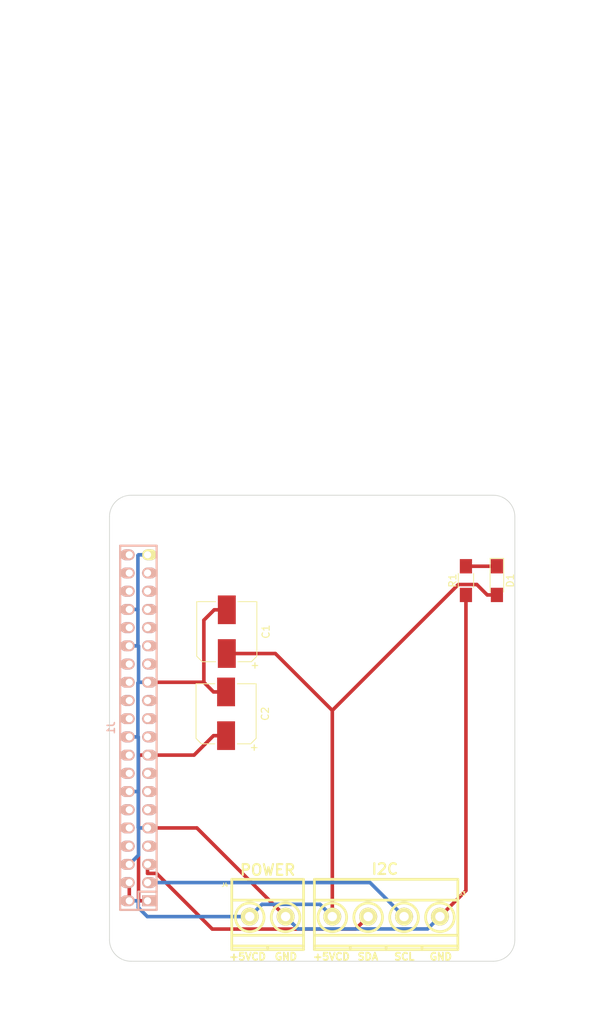
<source format=kicad_pcb>
(kicad_pcb (version 20171130) (host pcbnew "(5.0.1)-3")

  (general
    (thickness 1.6)
    (drawings 26)
    (tracks 66)
    (zones 0)
    (modules 11)
    (nets 7)
  )

  (page A4)
  (layers
    (0 F.Cu signal)
    (31 B.Cu signal)
    (32 B.Adhes user)
    (33 F.Adhes user)
    (34 B.Paste user)
    (35 F.Paste user)
    (36 B.SilkS user)
    (37 F.SilkS user)
    (38 B.Mask user)
    (39 F.Mask user)
    (40 Dwgs.User user)
    (41 Cmts.User user)
    (42 Eco1.User user)
    (43 Eco2.User user)
    (44 Edge.Cuts user)
    (45 Margin user)
    (46 B.CrtYd user)
    (47 F.CrtYd user)
    (48 B.Fab user)
    (49 F.Fab user)
  )

  (setup
    (last_trace_width 0.5)
    (user_trace_width 0.01)
    (user_trace_width 0.02)
    (user_trace_width 0.05)
    (user_trace_width 0.1)
    (user_trace_width 0.2)
    (trace_clearance 0.2)
    (zone_clearance 0.508)
    (zone_45_only no)
    (trace_min 0.01)
    (segment_width 0.2)
    (edge_width 0.1)
    (via_size 0.6)
    (via_drill 0.4)
    (via_min_size 0.4)
    (via_min_drill 0.3)
    (uvia_size 0.3)
    (uvia_drill 0.1)
    (uvias_allowed no)
    (uvia_min_size 0.2)
    (uvia_min_drill 0.1)
    (pcb_text_width 0.3)
    (pcb_text_size 1.5 1.5)
    (mod_edge_width 0.15)
    (mod_text_size 1 1)
    (mod_text_width 0.15)
    (pad_size 2.75 2.75)
    (pad_drill 2.75)
    (pad_to_mask_clearance 0)
    (solder_mask_min_width 0.25)
    (aux_axis_origin 0 0)
    (visible_elements 7FFFFFFF)
    (pcbplotparams
      (layerselection 0x00030_80000001)
      (usegerberextensions false)
      (usegerberattributes false)
      (usegerberadvancedattributes false)
      (creategerberjobfile false)
      (excludeedgelayer true)
      (linewidth 0.100000)
      (plotframeref false)
      (viasonmask false)
      (mode 1)
      (useauxorigin false)
      (hpglpennumber 1)
      (hpglpenspeed 20)
      (hpglpendiameter 15.000000)
      (psnegative false)
      (psa4output false)
      (plotreference true)
      (plotvalue true)
      (plotinvisibletext false)
      (padsonsilk false)
      (subtractmaskfromsilk false)
      (outputformat 1)
      (mirror false)
      (drillshape 0)
      (scaleselection 1)
      (outputdirectory "meta/"))
  )

  (net 0 "")
  (net 1 GND)
  (net 2 +5V)
  (net 3 +3V3)
  (net 4 /RPi_GPIO/SCL)
  (net 5 /RPi_GPIO/SDA)
  (net 6 "Net-(D1-Pad1)")

  (net_class Default "This is the default net class."
    (clearance 0.2)
    (trace_width 0.5)
    (via_dia 0.6)
    (via_drill 0.4)
    (uvia_dia 0.3)
    (uvia_drill 0.1)
    (add_net +3V3)
    (add_net +5V)
    (add_net /RPi_GPIO/SCL)
    (add_net /RPi_GPIO/SDA)
    (add_net GND)
    (add_net "Net-(D1-Pad1)")
  )

  (module w_conn_mkds:mkds_1,5-4 (layer F.Cu) (tedit 5D485CF5) (tstamp 5D4590AE)
    (at 159.004 127.254)
    (descr "4-way 5mm pitch terminal block, Phoenix MKDS series")
    (path /5515D395/5D45E661)
    (fp_text reference J3 (at 10.6426 -3.2004) (layer F.SilkS)
      (effects (font (size 0.5 0.5) (thickness 0.125)))
    )
    (fp_text value I2C (at -0.1778 -6.6294) (layer F.SilkS)
      (effects (font (size 1.5 1.5) (thickness 0.3)))
    )
    (fp_line (start 5 4.1) (end 5 4.6) (layer F.SilkS) (width 0.381))
    (fp_circle (center 7.5 0.1) (end 5.5 0.1) (layer F.SilkS) (width 0.381))
    (fp_circle (center 2.5 0.1) (end 0.5 0.1) (layer F.SilkS) (width 0.381))
    (fp_line (start 0 4.1) (end 0 4.6) (layer F.SilkS) (width 0.381))
    (fp_line (start -5 4.1) (end -5 4.6) (layer F.SilkS) (width 0.381))
    (fp_circle (center -2.5 0.1) (end -4.5 0.1) (layer F.SilkS) (width 0.381))
    (fp_circle (center -7.5 0.1) (end -5.5 0.1) (layer F.SilkS) (width 0.381))
    (fp_line (start -10 2.6) (end 10 2.6) (layer F.SilkS) (width 0.381))
    (fp_line (start -10 -2.3) (end 10 -2.3) (layer F.SilkS) (width 0.381))
    (fp_line (start -10 4.1) (end 10 4.1) (layer F.SilkS) (width 0.381))
    (fp_line (start -10 4.6) (end 10 4.6) (layer F.SilkS) (width 0.381))
    (fp_line (start 10 4.6) (end 10 -5.2) (layer F.SilkS) (width 0.381))
    (fp_line (start 10 -5.2) (end -10 -5.2) (layer F.SilkS) (width 0.381))
    (fp_line (start -10 -5.2) (end -10 4.6) (layer F.SilkS) (width 0.381))
    (pad 4 thru_hole circle (at 7.5 0) (size 2.5 2.5) (drill 1.3) (layers *.Cu *.Mask F.SilkS)
      (net 1 GND))
    (pad 3 thru_hole circle (at 2.5 0) (size 2.5 2.5) (drill 1.3) (layers *.Cu *.Mask F.SilkS)
      (net 4 /RPi_GPIO/SCL))
    (pad 1 thru_hole circle (at -7.5 0) (size 2.5 2.5) (drill 1.3) (layers *.Cu *.Mask F.SilkS)
      (net 2 +5V))
    (pad 2 thru_hole circle (at -2.5 0) (size 2.5 2.5) (drill 1.3) (layers *.Cu *.Mask F.SilkS)
      (net 5 /RPi_GPIO/SDA))
    (model walter/conn_mkds/mkds_1,5-4.wrl
      (at (xyz 0 0 0))
      (scale (xyz 1 1 1))
      (rotate (xyz 0 0 0))
    )
  )

  (module RPi_Hat:RPi_Hat_Mounting_Hole locked (layer F.Cu) (tedit 5D48620C) (tstamp 5515DEA9)
    (at 124.446 71.9807 90)
    (descr "Mounting hole, Befestigungsbohrung, 2,7mm, No Annular, Kein Restring,")
    (tags "Mounting hole, Befestigungsbohrung, 2,7mm, No Annular, Kein Restring,")
    (fp_text reference h1 (at 0 -4.0005 90) (layer F.SilkS) hide
      (effects (font (size 1 1) (thickness 0.15)))
    )
    (fp_text value "" (at 0.09906 3.59918 90) (layer F.Fab) hide
      (effects (font (size 1 1) (thickness 0.15)))
    )
    (fp_circle (center 0 0) (end 1.375 0) (layer F.Fab) (width 0.15))
    (fp_circle (center 0 0) (end 3.1 0) (layer F.Fab) (width 0.15))
    (fp_circle (center 0 0) (end 3.1 0) (layer B.Fab) (width 0.15))
    (fp_circle (center 0 0) (end 1.375 0) (layer B.Fab) (width 0.15))
    (fp_circle (center 0 0) (end 3.1 0) (layer F.CrtYd) (width 0.15))
    (fp_circle (center 0 0) (end 3.1 0) (layer B.CrtYd) (width 0.15))
    (pad "" np_thru_hole circle (at 0 0 90) (size 2.75 2.75) (drill 2.75) (layers *.Cu *.Mask)
      (solder_mask_margin 1.725) (clearance 1.725))
  )

  (module RPi_Hat:RPi_Hat_Mounting_Hole locked (layer F.Cu) (tedit 5D48622D) (tstamp 55169DC9)
    (at 173.446 71.9807 90)
    (descr "Mounting hole, Befestigungsbohrung, 2,7mm, No Annular, Kein Restring,")
    (tags "Mounting hole, Befestigungsbohrung, 2,7mm, No Annular, Kein Restring,")
    (fp_text reference h2 (at 0 -4.0005 90) (layer F.SilkS) hide
      (effects (font (size 1 1) (thickness 0.15)))
    )
    (fp_text value "" (at 0.09906 3.59918 90) (layer F.Fab) hide
      (effects (font (size 1 1) (thickness 0.15)))
    )
    (fp_circle (center 0 0) (end 1.375 0) (layer F.Fab) (width 0.15))
    (fp_circle (center 0 0) (end 3.1 0) (layer F.Fab) (width 0.15))
    (fp_circle (center 0 0) (end 3.1 0) (layer B.Fab) (width 0.15))
    (fp_circle (center 0 0) (end 1.375 0) (layer B.Fab) (width 0.15))
    (fp_circle (center 0 0) (end 3.1 0) (layer F.CrtYd) (width 0.15))
    (fp_circle (center 0 0) (end 3.1 0) (layer B.CrtYd) (width 0.15))
    (pad "" np_thru_hole circle (at 0 0 90) (size 2.75 2.75) (drill 2.75) (layers *.Cu *.Mask)
      (solder_mask_margin 1.725) (clearance 1.725))
  )

  (module RPi_Hat:RPi_Hat_Mounting_Hole locked (layer F.Cu) (tedit 5D486237) (tstamp 5515DECC)
    (at 173.446 129.981 90)
    (descr "Mounting hole, Befestigungsbohrung, 2,7mm, No Annular, Kein Restring,")
    (tags "Mounting hole, Befestigungsbohrung, 2,7mm, No Annular, Kein Restring,")
    (fp_text reference h3 (at 0 -4.0005 90) (layer F.SilkS) hide
      (effects (font (size 1 1) (thickness 0.15)))
    )
    (fp_text value "" (at 0.09906 3.59918 90) (layer F.Fab) hide
      (effects (font (size 1 1) (thickness 0.15)))
    )
    (fp_circle (center 0 0) (end 1.375 0) (layer F.Fab) (width 0.15))
    (fp_circle (center 0 0) (end 3.1 0) (layer F.Fab) (width 0.15))
    (fp_circle (center 0 0) (end 3.1 0) (layer B.Fab) (width 0.15))
    (fp_circle (center 0 0) (end 1.375 0) (layer B.Fab) (width 0.15))
    (fp_circle (center 0 0) (end 3.1 0) (layer F.CrtYd) (width 0.15))
    (fp_circle (center 0 0) (end 3.1 0) (layer B.CrtYd) (width 0.15))
    (pad "" np_thru_hole circle (at 0 0 90) (size 2.75 2.75) (drill 2.75) (layers *.Cu *.Mask)
      (solder_mask_margin 1.725) (clearance 1.725))
  )

  (module RPi_Hat:RPi_Hat_Mounting_Hole locked (layer F.Cu) (tedit 5D48623F) (tstamp 5515DEBF)
    (at 124.446 129.981 90)
    (descr "Mounting hole, Befestigungsbohrung, 2,7mm, No Annular, Kein Restring,")
    (tags "Mounting hole, Befestigungsbohrung, 2,7mm, No Annular, Kein Restring,")
    (fp_text reference h4 (at 0 -4.0005 90) (layer F.SilkS) hide
      (effects (font (size 1 1) (thickness 0.15)))
    )
    (fp_text value "" (at 0.09906 3.59918 90) (layer F.Fab) hide
      (effects (font (size 1 1) (thickness 0.15)))
    )
    (fp_circle (center 0 0) (end 1.375 0) (layer F.Fab) (width 0.15))
    (fp_circle (center 0 0) (end 3.1 0) (layer F.Fab) (width 0.15))
    (fp_circle (center 0 0) (end 3.1 0) (layer B.Fab) (width 0.15))
    (fp_circle (center 0 0) (end 1.375 0) (layer B.Fab) (width 0.15))
    (fp_circle (center 0 0) (end 3.1 0) (layer F.CrtYd) (width 0.15))
    (fp_circle (center 0 0) (end 3.1 0) (layer B.CrtYd) (width 0.15))
    (pad "" np_thru_hole circle (at 0 0 90) (size 2.75 2.75) (drill 2.75) (layers *.Cu *.Mask)
      (solder_mask_margin 1.725) (clearance 1.725))
  )

  (module Capacitors_SMD:CP_Elec_8x5.4 (layer F.Cu) (tedit 58AA8B87) (tstamp 5D45907B)
    (at 136.798 87.5095 90)
    (descr "SMT capacitor, aluminium electrolytic, 8x5.4")
    (path /5515D395/5D447848)
    (attr smd)
    (fp_text reference C1 (at 0 5.45 90) (layer F.SilkS)
      (effects (font (size 1 1) (thickness 0.15)))
    )
    (fp_text value "C5V 10uf" (at 0 -5.45 90) (layer F.Fab)
      (effects (font (size 1 1) (thickness 0.15)))
    )
    (fp_line (start -3.43 -4.19) (end 4.19 -4.19) (layer F.SilkS) (width 0.12))
    (fp_line (start -4.19 -3.43) (end -3.43 -4.19) (layer F.SilkS) (width 0.12))
    (fp_line (start -3.43 4.19) (end -4.19 3.43) (layer F.SilkS) (width 0.12))
    (fp_line (start 4.19 4.19) (end -3.43 4.19) (layer F.SilkS) (width 0.12))
    (fp_line (start -5.3 -4.5) (end -5.3 0) (layer F.CrtYd) (width 0.05))
    (fp_line (start 5.3 -4.5) (end -5.3 -4.5) (layer F.CrtYd) (width 0.05))
    (fp_line (start 5.3 4.5) (end 5.3 -4.5) (layer F.CrtYd) (width 0.05))
    (fp_line (start -5.3 4.5) (end 5.3 4.5) (layer F.CrtYd) (width 0.05))
    (fp_line (start -5.3 0) (end -5.3 4.5) (layer F.CrtYd) (width 0.05))
    (fp_line (start 4.04 -4.04) (end -3.37 -4.04) (layer F.Fab) (width 0.1))
    (fp_line (start -3.37 -4.04) (end -4.04 -3.37) (layer F.Fab) (width 0.1))
    (fp_line (start -4.04 -3.37) (end -4.04 3.37) (layer F.Fab) (width 0.1))
    (fp_line (start -4.04 3.37) (end -3.37 4.04) (layer F.Fab) (width 0.1))
    (fp_line (start -3.37 4.04) (end 4.04 4.04) (layer F.Fab) (width 0.1))
    (fp_line (start 4.04 4.04) (end 4.04 -4.04) (layer F.Fab) (width 0.1))
    (fp_line (start 4.19 -4.19) (end 4.19 -1.56) (layer F.SilkS) (width 0.12))
    (fp_line (start 4.19 4.19) (end 4.19 1.56) (layer F.SilkS) (width 0.12))
    (fp_line (start -4.19 3.43) (end -4.19 1.56) (layer F.SilkS) (width 0.12))
    (fp_line (start -4.19 -3.43) (end -4.19 -1.56) (layer F.SilkS) (width 0.12))
    (fp_text user %R (at 0 5.45 90) (layer F.Fab)
      (effects (font (size 1 1) (thickness 0.15)))
    )
    (fp_text user + (at -4.72 3.85 90) (layer F.SilkS)
      (effects (font (size 1 1) (thickness 0.15)))
    )
    (fp_text user + (at -1.93 -0.06 90) (layer F.Fab)
      (effects (font (size 1 1) (thickness 0.15)))
    )
    (fp_circle (center 0 0) (end 1.1 3.8) (layer F.Fab) (width 0.1))
    (pad 2 smd rect (at 3.05 0 270) (size 4 2.5) (layers F.Cu F.Paste F.Mask)
      (net 1 GND))
    (pad 1 smd rect (at -3.05 0 270) (size 4 2.5) (layers F.Cu F.Paste F.Mask)
      (net 2 +5V))
    (model Capacitors_SMD.3dshapes/CP_Elec_8x5.4.wrl
      (at (xyz 0 0 0))
      (scale (xyz 1 1 1))
      (rotate (xyz 0 0 180))
    )
  )

  (module Capacitors_SMD:CP_Elec_8x5.4 (layer F.Cu) (tedit 58AA8B87) (tstamp 5D459098)
    (at 136.696 98.9649 90)
    (descr "SMT capacitor, aluminium electrolytic, 8x5.4")
    (path /5515D395/5D4478DC)
    (attr smd)
    (fp_text reference C2 (at 0 5.45 90) (layer F.SilkS)
      (effects (font (size 1 1) (thickness 0.15)))
    )
    (fp_text value "C3V 10uf" (at 0 -5.45 90) (layer F.Fab)
      (effects (font (size 1 1) (thickness 0.15)))
    )
    (fp_circle (center 0 0) (end 1.1 3.8) (layer F.Fab) (width 0.1))
    (fp_text user + (at -1.93 -0.06 90) (layer F.Fab)
      (effects (font (size 1 1) (thickness 0.15)))
    )
    (fp_text user + (at -4.72 3.85 90) (layer F.SilkS)
      (effects (font (size 1 1) (thickness 0.15)))
    )
    (fp_text user %R (at 0 5.45 90) (layer F.Fab)
      (effects (font (size 1 1) (thickness 0.15)))
    )
    (fp_line (start -4.19 -3.43) (end -4.19 -1.56) (layer F.SilkS) (width 0.12))
    (fp_line (start -4.19 3.43) (end -4.19 1.56) (layer F.SilkS) (width 0.12))
    (fp_line (start 4.19 4.19) (end 4.19 1.56) (layer F.SilkS) (width 0.12))
    (fp_line (start 4.19 -4.19) (end 4.19 -1.56) (layer F.SilkS) (width 0.12))
    (fp_line (start 4.04 4.04) (end 4.04 -4.04) (layer F.Fab) (width 0.1))
    (fp_line (start -3.37 4.04) (end 4.04 4.04) (layer F.Fab) (width 0.1))
    (fp_line (start -4.04 3.37) (end -3.37 4.04) (layer F.Fab) (width 0.1))
    (fp_line (start -4.04 -3.37) (end -4.04 3.37) (layer F.Fab) (width 0.1))
    (fp_line (start -3.37 -4.04) (end -4.04 -3.37) (layer F.Fab) (width 0.1))
    (fp_line (start 4.04 -4.04) (end -3.37 -4.04) (layer F.Fab) (width 0.1))
    (fp_line (start -5.3 0) (end -5.3 4.5) (layer F.CrtYd) (width 0.05))
    (fp_line (start -5.3 4.5) (end 5.3 4.5) (layer F.CrtYd) (width 0.05))
    (fp_line (start 5.3 4.5) (end 5.3 -4.5) (layer F.CrtYd) (width 0.05))
    (fp_line (start 5.3 -4.5) (end -5.3 -4.5) (layer F.CrtYd) (width 0.05))
    (fp_line (start -5.3 -4.5) (end -5.3 0) (layer F.CrtYd) (width 0.05))
    (fp_line (start 4.19 4.19) (end -3.43 4.19) (layer F.SilkS) (width 0.12))
    (fp_line (start -3.43 4.19) (end -4.19 3.43) (layer F.SilkS) (width 0.12))
    (fp_line (start -4.19 -3.43) (end -3.43 -4.19) (layer F.SilkS) (width 0.12))
    (fp_line (start -3.43 -4.19) (end 4.19 -4.19) (layer F.SilkS) (width 0.12))
    (pad 1 smd rect (at -3.05 0 270) (size 4 2.5) (layers F.Cu F.Paste F.Mask)
      (net 3 +3V3))
    (pad 2 smd rect (at 3.05 0 270) (size 4 2.5) (layers F.Cu F.Paste F.Mask)
      (net 1 GND))
    (model Capacitors_SMD.3dshapes/CP_Elec_8x5.4.wrl
      (at (xyz 0 0 0))
      (scale (xyz 1 1 1))
      (rotate (xyz 0 0 180))
    )
  )

  (module w_conn_mkds:mkds_1,5-2 (layer F.Cu) (tedit 5D485CEC) (tstamp 5D48701E)
    (at 142.494 127.254)
    (descr "2-way 5mm pitch terminal block, Phoenix MKDS series")
    (path /5515D395/5D464980)
    (fp_text reference J4 (at -5.969 -4.4196) (layer F.SilkS)
      (effects (font (size 0.5 0.5) (thickness 0.125)))
    )
    (fp_text value POWER (at 0 -6.5024) (layer F.SilkS)
      (effects (font (size 1.5 1.5) (thickness 0.3)))
    )
    (fp_line (start 0 4.1) (end 0 4.6) (layer F.SilkS) (width 0.381))
    (fp_circle (center 2.5 0.1) (end 0.5 0.1) (layer F.SilkS) (width 0.381))
    (fp_circle (center -2.5 0.1) (end -0.5 0.1) (layer F.SilkS) (width 0.381))
    (fp_line (start -5 2.6) (end 5 2.6) (layer F.SilkS) (width 0.381))
    (fp_line (start -5 -2.3) (end 5 -2.3) (layer F.SilkS) (width 0.381))
    (fp_line (start -5 4.1) (end 5 4.1) (layer F.SilkS) (width 0.381))
    (fp_line (start -5 4.6) (end 5 4.6) (layer F.SilkS) (width 0.381))
    (fp_line (start 5 4.6) (end 5 -5.2) (layer F.SilkS) (width 0.381))
    (fp_line (start 5 -5.2) (end -5 -5.2) (layer F.SilkS) (width 0.381))
    (fp_line (start -5 -5.2) (end -5 4.6) (layer F.SilkS) (width 0.381))
    (pad 1 thru_hole circle (at -2.5 0) (size 2.5 2.5) (drill 1.3) (layers *.Cu *.Mask F.SilkS)
      (net 2 +5V))
    (pad 2 thru_hole circle (at 2.5 0) (size 2.5 2.5) (drill 1.3) (layers *.Cu *.Mask F.SilkS)
      (net 1 GND))
    (model walter/conn_mkds/mkds_1,5-2.wrl
      (at (xyz 0 0 0))
      (scale (xyz 1 1 1))
      (rotate (xyz 0 0 0))
    )
  )

  (module w_pin_strip:pin_socket_20x2_mirror (layer B.Cu) (tedit 5D489BF4) (tstamp 5D563B47)
    (at 124.446 100.981 90)
    (descr "Pin socket 20x2pin")
    (tags "CONN DEV")
    (path /5515D395/5515D39E)
    (fp_text reference J1 (at 0.0635 -3.778896 270) (layer B.SilkS)
      (effects (font (size 1.016 1.016) (thickness 0.2032)) (justify mirror))
    )
    (fp_text value RPi_GPIO (at 0.0635 -5.048896 270) (layer B.SilkS) hide
      (effects (font (size 1.016 0.889) (thickness 0.2032)) (justify mirror))
    )
    (fp_line (start 25.4635 2.571104) (end 25.4635 -2.508896) (layer B.SilkS) (width 0.3048))
    (fp_line (start -25.3365 -2.508896) (end -25.3365 2.571104) (layer B.SilkS) (width 0.3048))
    (fp_line (start -22.7965 0.031104) (end -22.7965 2.571104) (layer B.SilkS) (width 0.3048))
    (fp_line (start -25.3365 0.031104) (end -22.7965 0.031104) (layer B.SilkS) (width 0.3048))
    (fp_line (start -25.3365 -2.508896) (end 25.4635 -2.508896) (layer B.SilkS) (width 0.3048))
    (fp_line (start 25.4635 2.571104) (end -25.3365 2.571104) (layer B.SilkS) (width 0.3048))
    (pad 40 thru_hole oval (at 24.1935 -1.238896 270) (size 1.524 1.99898) (drill 1.00076 (offset 0 0.24892)) (layers *.Cu *.Mask B.SilkS))
    (pad 39 thru_hole oval (at 24.1935 1.301104 90) (size 1.524 1.99898) (drill 1.00076 (offset 0 0.24892)) (layers *.Cu *.Mask F.SilkS)
      (net 1 GND))
    (pad 38 thru_hole oval (at 21.6535 -1.238896 270) (size 1.524 1.99898) (drill 1.00076 (offset 0 0.24892)) (layers *.Cu *.Mask B.SilkS))
    (pad 37 thru_hole oval (at 21.6535 1.301104 270) (size 1.524 1.99898) (drill 1.00076 (offset 0 -0.24892)) (layers *.Cu *.Mask B.SilkS))
    (pad 36 thru_hole oval (at 19.1135 -1.238896 270) (size 1.524 1.99898) (drill 1.00076 (offset 0 0.24892)) (layers *.Cu *.Mask B.SilkS))
    (pad 35 thru_hole oval (at 19.1135 1.301104 270) (size 1.524 1.99898) (drill 1.00076 (offset 0 -0.24892)) (layers *.Cu *.Mask B.SilkS))
    (pad 34 thru_hole oval (at 16.5735 -1.238896 270) (size 1.524 1.99898) (drill 1.00076 (offset 0 0.24892)) (layers *.Cu *.Mask B.SilkS)
      (net 1 GND))
    (pad 33 thru_hole oval (at 16.5735 1.301104 270) (size 1.524 1.99898) (drill 1.00076 (offset 0 -0.24892)) (layers *.Cu *.Mask B.SilkS))
    (pad 32 thru_hole oval (at 14.0335 -1.238896 270) (size 1.524 1.99898) (drill 1.00076 (offset 0 0.24892)) (layers *.Cu *.Mask B.SilkS))
    (pad 31 thru_hole oval (at 14.0335 1.301104 270) (size 1.524 1.99898) (drill 1.00076 (offset 0 -0.24892)) (layers *.Cu *.Mask B.SilkS))
    (pad 30 thru_hole oval (at 11.4935 -1.238896 270) (size 1.524 1.99898) (drill 1.00076 (offset 0 0.24892)) (layers *.Cu *.Mask B.SilkS)
      (net 1 GND))
    (pad 29 thru_hole oval (at 11.4935 1.301104 270) (size 1.524 1.99898) (drill 1.00076 (offset 0 -0.24892)) (layers *.Cu *.Mask B.SilkS))
    (pad 28 thru_hole oval (at 8.9535 -1.238896 270) (size 1.524 1.99898) (drill 1.00076 (offset 0 0.24892)) (layers *.Cu *.Mask B.SilkS))
    (pad 27 thru_hole oval (at 8.9535 1.301104 270) (size 1.524 1.99898) (drill 1.00076 (offset 0 -0.24892)) (layers *.Cu *.Mask B.SilkS))
    (pad 26 thru_hole oval (at 6.4135 -1.238896 270) (size 1.524 1.99898) (drill 1.00076 (offset 0 0.24892)) (layers *.Cu *.Mask B.SilkS))
    (pad 25 thru_hole oval (at 6.4135 1.301104 270) (size 1.524 1.99898) (drill 1.00076 (offset 0 -0.24892)) (layers *.Cu *.Mask B.SilkS)
      (net 1 GND))
    (pad 24 thru_hole oval (at 3.8735 -1.238896 270) (size 1.524 1.99898) (drill 1.00076 (offset 0 0.24892)) (layers *.Cu *.Mask B.SilkS))
    (pad 23 thru_hole oval (at 3.8735 1.301104 270) (size 1.524 1.99898) (drill 1.00076 (offset 0 -0.24892)) (layers *.Cu *.Mask B.SilkS))
    (pad 22 thru_hole oval (at 1.3335 -1.238896 270) (size 1.524 1.99898) (drill 1.00076 (offset 0 0.24892)) (layers *.Cu *.Mask B.SilkS))
    (pad 21 thru_hole oval (at 1.3335 1.301104 270) (size 1.524 1.99898) (drill 1.00076 (offset 0 -0.24892)) (layers *.Cu *.Mask B.SilkS))
    (pad 20 thru_hole oval (at -1.2065 -1.238896 270) (size 1.524 1.99898) (drill 1.00076 (offset 0 0.24892)) (layers *.Cu *.Mask B.SilkS)
      (net 1 GND))
    (pad 19 thru_hole oval (at -1.2065 1.301104 270) (size 1.524 1.99898) (drill 1.00076 (offset 0 -0.24892)) (layers *.Cu *.Mask B.SilkS))
    (pad 18 thru_hole oval (at -3.7465 -1.238896 270) (size 1.524 1.99898) (drill 1.00076 (offset 0 0.24892)) (layers *.Cu *.Mask B.SilkS))
    (pad 17 thru_hole oval (at -3.7465 1.301104 270) (size 1.524 1.99898) (drill 1.00076 (offset 0 -0.24892)) (layers *.Cu *.Mask B.SilkS)
      (net 3 +3V3))
    (pad 16 thru_hole oval (at -6.2865 -1.238896 270) (size 1.524 1.99898) (drill 1.00076 (offset 0 0.24892)) (layers *.Cu *.Mask B.SilkS))
    (pad 15 thru_hole oval (at -6.2865 1.301104 270) (size 1.524 1.99898) (drill 1.00076 (offset 0 -0.24892)) (layers *.Cu *.Mask B.SilkS))
    (pad 14 thru_hole oval (at -8.8265 -1.238896 270) (size 1.524 1.99898) (drill 1.00076 (offset 0 0.24892)) (layers *.Cu *.Mask B.SilkS)
      (net 1 GND))
    (pad 13 thru_hole oval (at -8.8265 1.301104 270) (size 1.524 1.99898) (drill 1.00076 (offset 0 -0.24892)) (layers *.Cu *.Mask B.SilkS))
    (pad 12 thru_hole oval (at -11.3665 -1.238896 270) (size 1.524 1.99898) (drill 1.00076 (offset 0 0.24892)) (layers *.Cu *.Mask B.SilkS))
    (pad 11 thru_hole oval (at -11.3665 1.301104 270) (size 1.524 1.99898) (drill 1.00076 (offset 0 -0.24892)) (layers *.Cu *.Mask B.SilkS))
    (pad 10 thru_hole oval (at -13.9065 -1.238896 270) (size 1.524 1.99898) (drill 1.00076 (offset 0 0.24892)) (layers *.Cu *.Mask B.SilkS))
    (pad 9 thru_hole oval (at -13.9065 1.301104 270) (size 1.524 1.99898) (drill 1.00076 (offset 0 -0.24892)) (layers *.Cu *.Mask B.SilkS)
      (net 1 GND))
    (pad 8 thru_hole oval (at -16.4465 -1.238896 270) (size 1.524 1.99898) (drill 1.00076 (offset 0 0.24892)) (layers *.Cu *.Mask B.SilkS))
    (pad 7 thru_hole oval (at -16.4465 1.301104 270) (size 1.524 1.99898) (drill 1.00076 (offset 0 -0.24892)) (layers *.Cu *.Mask B.SilkS))
    (pad 6 thru_hole oval (at -18.9865 -1.238896 270) (size 1.524 1.99898) (drill 1.00076 (offset 0 0.24892)) (layers *.Cu *.Mask B.SilkS)
      (net 1 GND))
    (pad 5 thru_hole oval (at -18.9865 1.301104 270) (size 1.524 1.99898) (drill 1.00076 (offset 0 -0.24892)) (layers *.Cu *.Mask B.SilkS)
      (net 5 /RPi_GPIO/SDA))
    (pad 4 thru_hole oval (at -21.5265 -1.238896 270) (size 1.524 1.99898) (drill 1.00076 (offset 0 0.24892)) (layers *.Cu *.Mask B.SilkS)
      (net 2 +5V))
    (pad 3 thru_hole oval (at -21.5265 1.301104 270) (size 1.524 1.99898) (drill 1.00076 (offset 0 -0.24892)) (layers *.Cu *.Mask B.SilkS)
      (net 4 /RPi_GPIO/SCL))
    (pad 2 thru_hole oval (at -24.0665 -1.238896 270) (size 1.524 1.99898) (drill 1.00076 (offset 0 0.24892)) (layers *.Cu *.Mask B.SilkS)
      (net 2 +5V))
    (pad 1 thru_hole rect (at -24.0665 1.301104 270) (size 1.524 1.99898) (drill 1.00076 (offset 0 -0.24892)) (layers *.Cu *.Mask B.SilkS)
      (net 3 +3V3))
    (model walter/pin_strip/pin_socket_20x2.wrl
      (at (xyz 0 0 0))
      (scale (xyz 1 1 1))
      (rotate (xyz 0 0 0))
    )
  )

  (module LEDs:LED_1206_HandSoldering (layer F.Cu) (tedit 595FC724) (tstamp 5D49C463)
    (at 174.447 80.3844 270)
    (descr "LED SMD 1206, hand soldering")
    (tags "LED 1206")
    (path /5515D395/5D48B0A7)
    (attr smd)
    (fp_text reference D1 (at 0 -1.85 270) (layer F.SilkS)
      (effects (font (size 1 1) (thickness 0.15)))
    )
    (fp_text value LED_ALT (at 0 1.9 270) (layer F.Fab)
      (effects (font (size 1 1) (thickness 0.15)))
    )
    (fp_line (start 3.25 1.1) (end -3.25 1.1) (layer F.CrtYd) (width 0.05))
    (fp_line (start 3.25 1.1) (end 3.25 -1.11) (layer F.CrtYd) (width 0.05))
    (fp_line (start -3.25 -1.11) (end -3.25 1.1) (layer F.CrtYd) (width 0.05))
    (fp_line (start -3.25 -1.11) (end 3.25 -1.11) (layer F.CrtYd) (width 0.05))
    (fp_line (start -3.1 -0.95) (end 1.6 -0.95) (layer F.SilkS) (width 0.12))
    (fp_line (start -3.1 0.95) (end 1.6 0.95) (layer F.SilkS) (width 0.12))
    (fp_line (start -1.6 -0.8) (end 1.6 -0.8) (layer F.Fab) (width 0.1))
    (fp_line (start 1.6 -0.8) (end 1.6 0.8) (layer F.Fab) (width 0.1))
    (fp_line (start 1.6 0.8) (end -1.6 0.8) (layer F.Fab) (width 0.1))
    (fp_line (start -1.6 0.8) (end -1.6 -0.8) (layer F.Fab) (width 0.1))
    (fp_line (start -0.45 -0.4) (end -0.45 0.4) (layer F.Fab) (width 0.1))
    (fp_line (start 0.2 0.4) (end -0.4 0) (layer F.Fab) (width 0.1))
    (fp_line (start 0.2 -0.4) (end 0.2 0.4) (layer F.Fab) (width 0.1))
    (fp_line (start -0.4 0) (end 0.2 -0.4) (layer F.Fab) (width 0.1))
    (fp_line (start -3.1 -0.95) (end -3.1 0.95) (layer F.SilkS) (width 0.12))
    (pad 2 smd rect (at 2 0 270) (size 2 1.7) (layers F.Cu F.Paste F.Mask)
      (net 2 +5V))
    (pad 1 smd rect (at -2 0 270) (size 2 1.7) (layers F.Cu F.Paste F.Mask)
      (net 6 "Net-(D1-Pad1)"))
    (model ${KISYS3DMOD}/LEDs.3dshapes/LED_1206.wrl
      (at (xyz 0 0 0))
      (scale (xyz 1 1 1))
      (rotate (xyz 0 0 180))
    )
  )

  (module Resistors_SMD:R_1206_HandSoldering (layer F.Cu) (tedit 58E0A804) (tstamp 5D49C474)
    (at 170.129 80.3844 90)
    (descr "Resistor SMD 1206, hand soldering")
    (tags "resistor 1206")
    (path /5515D395/5D48B128)
    (attr smd)
    (fp_text reference R1 (at 0 -1.85 90) (layer F.SilkS)
      (effects (font (size 1 1) (thickness 0.15)))
    )
    (fp_text value R (at 0 1.9 90) (layer F.Fab)
      (effects (font (size 1 1) (thickness 0.15)))
    )
    (fp_line (start 3.25 1.1) (end -3.25 1.1) (layer F.CrtYd) (width 0.05))
    (fp_line (start 3.25 1.1) (end 3.25 -1.11) (layer F.CrtYd) (width 0.05))
    (fp_line (start -3.25 -1.11) (end -3.25 1.1) (layer F.CrtYd) (width 0.05))
    (fp_line (start -3.25 -1.11) (end 3.25 -1.11) (layer F.CrtYd) (width 0.05))
    (fp_line (start -1 -1.07) (end 1 -1.07) (layer F.SilkS) (width 0.12))
    (fp_line (start 1 1.07) (end -1 1.07) (layer F.SilkS) (width 0.12))
    (fp_line (start -1.6 -0.8) (end 1.6 -0.8) (layer F.Fab) (width 0.1))
    (fp_line (start 1.6 -0.8) (end 1.6 0.8) (layer F.Fab) (width 0.1))
    (fp_line (start 1.6 0.8) (end -1.6 0.8) (layer F.Fab) (width 0.1))
    (fp_line (start -1.6 0.8) (end -1.6 -0.8) (layer F.Fab) (width 0.1))
    (fp_text user %R (at 0 0 90) (layer F.Fab)
      (effects (font (size 0.7 0.7) (thickness 0.105)))
    )
    (pad 2 smd rect (at 2 0 90) (size 2 1.7) (layers F.Cu F.Paste F.Mask)
      (net 6 "Net-(D1-Pad1)"))
    (pad 1 smd rect (at -2 0 90) (size 2 1.7) (layers F.Cu F.Paste F.Mask)
      (net 1 GND))
    (model ${KISYS3DMOD}/Resistors_SMD.3dshapes/R_1206.wrl
      (at (xyz 0 0 0))
      (scale (xyz 1 1 1))
      (rotate (xyz 0 0 0))
    )
  )

  (gr_text SCL (at 161.544 132.842) (layer F.SilkS) (tstamp 5D489764)
    (effects (font (size 1 1) (thickness 0.25)))
  )
  (gr_text SDA (at 156.464 132.842) (layer F.SilkS) (tstamp 5D489604)
    (effects (font (size 1 1) (thickness 0.25)))
  )
  (gr_text GND (at 166.624 132.842) (layer F.SilkS) (tstamp 5D4894A4)
    (effects (font (size 1 1) (thickness 0.25)))
  )
  (gr_text GND (at 145.034 132.842) (layer F.SilkS) (tstamp 5D489340)
    (effects (font (size 1 1) (thickness 0.25)))
  )
  (gr_text +5VCD (at 139.7 132.842) (layer F.SilkS) (tstamp 5D4891DE)
    (effects (font (size 1 1) (thickness 0.25)))
  )
  (gr_text +5VCD (at 151.384 132.842) (layer F.SilkS)
    (effects (font (size 1 1) (thickness 0.25)))
  )
  (gr_text "Select one of these board edges depending \nupon the type of socket that is used." (at 120.94561 50.980749 90) (layer Cmts.User)
    (effects (font (size 1.5 1.5) (thickness 0.15)) (justify left))
  )
  (gr_text "Dimensions taken from\nhttps://github.com/raspberrypi/hats/blob/master/hat-board-mechanical.pdf" (at 187.44561 96.980749 90) (layer Cmts.User)
    (effects (font (size 1.5 1.5) (thickness 0.15) italic))
  )
  (dimension 56 (width 0.15) (layer Dwgs.User)
    (gr_text "56 mm (Thru-hole socket J2)" (at 148.94561 58.130749) (layer Dwgs.User)
      (effects (font (size 1.5 1.5) (thickness 0.15)))
    )
    (feature1 (pts (xy 176.94561 67.480749) (xy 176.94561 56.780749)))
    (feature2 (pts (xy 120.94561 67.480749) (xy 120.94561 56.780749)))
    (crossbar (pts (xy 120.94561 59.480749) (xy 176.94561 59.480749)))
    (arrow1a (pts (xy 176.94561 59.480749) (xy 175.819106 60.06717)))
    (arrow1b (pts (xy 176.94561 59.480749) (xy 175.819106 58.894328)))
    (arrow2a (pts (xy 120.94561 59.480749) (xy 122.072114 60.06717)))
    (arrow2b (pts (xy 120.94561 59.480749) (xy 122.072114 58.894328)))
  )
  (dimension 3.5 (width 0.15) (layer Dwgs.User)
    (gr_text "3.5 mm" (at 180.44561 124.980749 90) (layer Dwgs.User)
      (effects (font (size 1.5 1.5) (thickness 0.15)))
    )
    (feature1 (pts (xy 177.94561 129.980749) (xy 183.14561 129.980749)))
    (feature2 (pts (xy 177.94561 133.480749) (xy 183.14561 133.480749)))
    (crossbar (pts (xy 180.44561 133.480749) (xy 180.44561 129.980749)))
    (arrow1a (pts (xy 180.44561 129.980749) (xy 181.032031 131.107253)))
    (arrow1b (pts (xy 180.44561 129.980749) (xy 179.859189 131.107253)))
    (arrow2a (pts (xy 180.44561 133.480749) (xy 181.032031 132.354245)))
    (arrow2b (pts (xy 180.44561 133.480749) (xy 179.859189 132.354245)))
  )
  (dimension 3.5 (width 0.15) (layer Dwgs.User) (tstamp 55169E80)
    (gr_text "3.5 mm" (at 168.69561 123.230749) (layer Dwgs.User) (tstamp 55169E80)
      (effects (font (size 1.5 1.5) (thickness 0.15)))
    )
    (feature1 (pts (xy 176.94561 126.480749) (xy 176.94561 120.780749)))
    (feature2 (pts (xy 173.44561 126.480749) (xy 173.44561 120.780749)))
    (crossbar (pts (xy 173.44561 123.480749) (xy 176.94561 123.480749)))
    (arrow1a (pts (xy 176.94561 123.480749) (xy 175.819106 124.06717)))
    (arrow1b (pts (xy 176.94561 123.480749) (xy 175.819106 122.894328)))
    (arrow2a (pts (xy 173.44561 123.480749) (xy 174.572114 124.06717)))
    (arrow2b (pts (xy 173.44561 123.480749) (xy 174.572114 122.894328)))
  )
  (dimension 49 (width 0.15) (layer Dwgs.User)
    (gr_text "49 mm" (at 148.94561 63.13075) (layer Dwgs.User)
      (effects (font (size 1.5 1.5) (thickness 0.15)))
    )
    (feature1 (pts (xy 173.44561 67.480749) (xy 173.44561 61.78075)))
    (feature2 (pts (xy 124.44561 67.480749) (xy 124.44561 61.78075)))
    (crossbar (pts (xy 124.44561 64.48075) (xy 173.44561 64.48075)))
    (arrow1a (pts (xy 173.44561 64.48075) (xy 172.319106 65.067171)))
    (arrow1b (pts (xy 173.44561 64.48075) (xy 172.319106 63.894329)))
    (arrow2a (pts (xy 124.44561 64.48075) (xy 125.572114 65.067171)))
    (arrow2b (pts (xy 124.44561 64.48075) (xy 125.572114 63.894329)))
  )
  (dimension 29 (width 0.15) (layer Dwgs.User)
    (gr_text "29 mm" (at 132.295609 115.480749 90) (layer Dwgs.User)
      (effects (font (size 1.5 1.5) (thickness 0.15)))
    )
    (feature1 (pts (xy 128.44561 100.980749) (xy 133.645609 100.980749)))
    (feature2 (pts (xy 128.44561 129.980749) (xy 133.645609 129.980749)))
    (crossbar (pts (xy 130.945609 129.980749) (xy 130.945609 100.980749)))
    (arrow1a (pts (xy 130.945609 100.980749) (xy 131.53203 102.107253)))
    (arrow1b (pts (xy 130.945609 100.980749) (xy 130.359188 102.107253)))
    (arrow2a (pts (xy 130.945609 129.980749) (xy 131.53203 128.854245)))
    (arrow2b (pts (xy 130.945609 129.980749) (xy 130.359188 128.854245)))
  )
  (dimension 58 (width 0.15) (layer Dwgs.User)
    (gr_text "58 mm" (at 115.59561 100.980749 90) (layer Dwgs.User)
      (effects (font (size 1.5 1.5) (thickness 0.15)))
    )
    (feature1 (pts (xy 119.44561 71.980749) (xy 114.24561 71.980749)))
    (feature2 (pts (xy 119.44561 129.980749) (xy 114.24561 129.980749)))
    (crossbar (pts (xy 116.94561 129.980749) (xy 116.94561 71.980749)))
    (arrow1a (pts (xy 116.94561 71.980749) (xy 117.532031 73.107253)))
    (arrow1b (pts (xy 116.94561 71.980749) (xy 116.359189 73.107253)))
    (arrow2a (pts (xy 116.94561 129.980749) (xy 117.532031 128.854245)))
    (arrow2b (pts (xy 116.94561 129.980749) (xy 116.359189 128.854245)))
  )
  (dimension 65 (width 0.15) (layer Dwgs.User)
    (gr_text "65 mm" (at 111.09561 100.980749 90) (layer Dwgs.User)
      (effects (font (size 1.5 1.5) (thickness 0.15)))
    )
    (feature1 (pts (xy 119.44561 68.480749) (xy 109.74561 68.480749)))
    (feature2 (pts (xy 119.44561 133.480749) (xy 109.74561 133.480749)))
    (crossbar (pts (xy 112.44561 133.480749) (xy 112.44561 68.480749)))
    (arrow1a (pts (xy 112.44561 68.480749) (xy 113.032031 69.607253)))
    (arrow1b (pts (xy 112.44561 68.480749) (xy 111.859189 69.607253)))
    (arrow2a (pts (xy 112.44561 133.480749) (xy 113.032031 132.354245)))
    (arrow2b (pts (xy 112.44561 133.480749) (xy 111.859189 132.354245)))
  )
  (dimension 56.5 (width 0.15) (layer Dwgs.User)
    (gr_text "56.5 mm (SMT socket J1)" (at 148.69561 54.130749) (layer Dwgs.User)
      (effects (font (size 1.5 1.5) (thickness 0.15)))
    )
    (feature1 (pts (xy 176.94561 67.480749) (xy 176.94561 52.780749)))
    (feature2 (pts (xy 120.44561 67.480749) (xy 120.44561 52.780749)))
    (crossbar (pts (xy 120.44561 55.480749) (xy 176.94561 55.480749)))
    (arrow1a (pts (xy 176.94561 55.480749) (xy 175.819106 56.06717)))
    (arrow1b (pts (xy 176.94561 55.480749) (xy 175.819106 54.894328)))
    (arrow2a (pts (xy 120.44561 55.480749) (xy 121.572114 56.06717)))
    (arrow2b (pts (xy 120.44561 55.480749) (xy 121.572114 54.894328)))
  )
  (gr_text "Camera Flex Slot\n(Optional)" (at 180.69561 88.730749 90) (layer Cmts.User) (tstamp 55169D99)
    (effects (font (size 1.5 1.5) (thickness 0.15)))
  )
  (gr_arc (start 173.94561 71.480749) (end 173.94561 68.480749) (angle 90) (layer Edge.Cuts) (width 0.1) (tstamp 55157FFB))
  (gr_arc (start 173.94561 130.480749) (end 176.94561 130.480749) (angle 90) (layer Edge.Cuts) (width 0.1) (tstamp 55157FCE))
  (gr_arc (start 123.44561 130.480749) (end 123.44561 133.480749) (angle 90) (layer Edge.Cuts) (width 0.1) (tstamp 55157F8A))
  (gr_arc (start 123.44561 71.480749) (end 120.44561 71.480749) (angle 90) (layer Edge.Cuts) (width 0.1) (tstamp 55157F2C))
  (gr_line (start 139.439241 133.483531) (end 173.94561 133.480749) (layer Edge.Cuts) (width 0.1))
  (gr_line (start 123.44561 133.480749) (end 139.44561 133.480749) (layer Edge.Cuts) (width 0.1))
  (gr_line (start 176.94561 130.480749) (end 176.94561 71.480749) (angle 90) (layer Edge.Cuts) (width 0.1))
  (gr_line (start 123.44561 68.480749) (end 173.94561 68.480749) (angle 90) (layer Edge.Cuts) (width 0.1))
  (gr_line (start 120.44561 130.480749) (end 120.44561 71.480749) (angle 90) (layer Edge.Cuts) (width 0.1))

  (segment (start 124.4577 89.4875) (end 124.4965 89.5263) (width 0.5) (layer B.Cu) (net 1))
  (segment (start 124.4965 89.5263) (end 124.4965 94.5675) (width 0.5) (layer B.Cu) (net 1))
  (segment (start 125.7471 94.5675) (end 124.4965 94.5675) (width 0.5) (layer B.Cu) (net 1))
  (segment (start 124.4081 84.4075) (end 124.4081 76.8759) (width 0.5) (layer B.Cu) (net 1))
  (segment (start 124.4081 76.8759) (end 124.4965 76.7875) (width 0.5) (layer B.Cu) (net 1))
  (segment (start 124.2578 84.4075) (end 124.4081 84.4075) (width 0.5) (layer B.Cu) (net 1))
  (segment (start 124.4081 89.4875) (end 124.4081 84.4075) (width 0.5) (layer B.Cu) (net 1))
  (segment (start 124.4081 89.4875) (end 124.4577 89.4875) (width 0.5) (layer B.Cu) (net 1))
  (segment (start 124.2578 89.4875) (end 124.4081 89.4875) (width 0.5) (layer B.Cu) (net 1))
  (segment (start 123.2071 89.4875) (end 124.2578 89.4875) (width 0.5) (layer B.Cu) (net 1))
  (segment (start 125.7471 76.7875) (end 124.4965 76.7875) (width 0.5) (layer B.Cu) (net 1))
  (segment (start 123.2071 84.4075) (end 124.2578 84.4075) (width 0.5) (layer B.Cu) (net 1))
  (segment (start 144.994 127.254) (end 132.6275 114.8875) (width 0.5) (layer F.Cu) (net 1))
  (segment (start 132.6275 114.8875) (end 125.7471 114.8875) (width 0.5) (layer F.Cu) (net 1))
  (segment (start 124.4081 102.1875) (end 124.4081 94.6559) (width 0.5) (layer B.Cu) (net 1))
  (segment (start 124.4081 94.6559) (end 124.4965 94.5675) (width 0.5) (layer B.Cu) (net 1))
  (segment (start 124.4081 102.1875) (end 124.4577 102.1875) (width 0.5) (layer B.Cu) (net 1))
  (segment (start 124.2578 102.1875) (end 124.4081 102.1875) (width 0.5) (layer B.Cu) (net 1))
  (segment (start 123.2071 102.1875) (end 124.2578 102.1875) (width 0.5) (layer B.Cu) (net 1))
  (segment (start 133.5986 94.5675) (end 125.7471 94.5675) (width 0.5) (layer F.Cu) (net 1))
  (segment (start 124.4965 114.8875) (end 124.4577 114.8487) (width 0.5) (layer B.Cu) (net 1))
  (segment (start 124.4577 114.8487) (end 124.4577 109.8075) (width 0.5) (layer B.Cu) (net 1))
  (segment (start 123.2071 119.9675) (end 124.4965 118.6781) (width 0.5) (layer B.Cu) (net 1))
  (segment (start 124.4965 118.6781) (end 124.4965 114.8875) (width 0.5) (layer B.Cu) (net 1))
  (segment (start 123.2071 109.8075) (end 124.4577 109.8075) (width 0.5) (layer B.Cu) (net 1))
  (segment (start 124.4577 102.1875) (end 124.4577 109.8075) (width 0.5) (layer B.Cu) (net 1))
  (segment (start 166.504 127.254) (end 164.7828 128.9752) (width 0.5) (layer B.Cu) (net 1))
  (segment (start 164.7828 128.9752) (end 146.7152 128.9752) (width 0.5) (layer B.Cu) (net 1))
  (segment (start 146.7152 128.9752) (end 144.994 127.254) (width 0.5) (layer B.Cu) (net 1))
  (segment (start 136.696 95.9149) (end 134.946 95.9149) (width 0.5) (layer F.Cu) (net 1))
  (segment (start 133.5986 94.5675) (end 134.946 95.9149) (width 0.5) (layer F.Cu) (net 1))
  (segment (start 133.5986 94.5675) (end 133.5986 85.9089) (width 0.5) (layer F.Cu) (net 1))
  (segment (start 133.5986 85.9089) (end 135.048 84.4595) (width 0.5) (layer F.Cu) (net 1))
  (segment (start 125.7471 114.8875) (end 124.4965 114.8875) (width 0.5) (layer B.Cu) (net 1))
  (segment (start 136.798 84.4595) (end 135.048 84.4595) (width 0.5) (layer F.Cu) (net 1))
  (segment (start 170.129 82.3844) (end 170.129 123.629) (width 0.5) (layer F.Cu) (net 1))
  (segment (start 170.129 123.629) (end 166.504 127.254) (width 0.5) (layer F.Cu) (net 1))
  (segment (start 151.504 98.4977) (end 151.504 127.254) (width 0.5) (layer F.Cu) (net 2))
  (segment (start 173.097 82.3844) (end 171.6466 80.934) (width 0.5) (layer F.Cu) (net 2))
  (segment (start 171.6466 80.934) (end 169.0677 80.934) (width 0.5) (layer F.Cu) (net 2))
  (segment (start 169.0677 80.934) (end 151.504 98.4977) (width 0.5) (layer F.Cu) (net 2))
  (segment (start 136.798 90.5595) (end 143.5658 90.5595) (width 0.5) (layer F.Cu) (net 2))
  (segment (start 143.5658 90.5595) (end 151.504 98.4977) (width 0.5) (layer F.Cu) (net 2))
  (segment (start 139.994 127.254) (end 141.7049 125.5431) (width 0.5) (layer B.Cu) (net 2))
  (segment (start 141.7049 125.5431) (end 149.7931 125.5431) (width 0.5) (layer B.Cu) (net 2))
  (segment (start 149.7931 125.5431) (end 151.504 127.254) (width 0.5) (layer B.Cu) (net 2))
  (segment (start 124.4577 125.0475) (end 124.4577 125.9855) (width 0.5) (layer B.Cu) (net 2))
  (segment (start 124.4577 125.9855) (end 125.7262 127.254) (width 0.5) (layer B.Cu) (net 2))
  (segment (start 125.7262 127.254) (end 139.994 127.254) (width 0.5) (layer B.Cu) (net 2))
  (segment (start 123.2071 125.0475) (end 124.4577 125.0475) (width 0.5) (layer B.Cu) (net 2))
  (segment (start 123.2071 125.0475) (end 123.2071 122.5075) (width 0.5) (layer F.Cu) (net 2))
  (segment (start 174.447 82.3844) (end 173.097 82.3844) (width 0.5) (layer F.Cu) (net 2))
  (segment (start 125.7471 104.7275) (end 124.4965 104.7275) (width 0.5) (layer F.Cu) (net 3))
  (segment (start 125.7471 125.0475) (end 124.4965 125.0475) (width 0.5) (layer F.Cu) (net 3))
  (segment (start 124.4965 125.0475) (end 124.4965 104.7275) (width 0.5) (layer F.Cu) (net 3))
  (segment (start 136.696 102.0149) (end 134.946 102.0149) (width 0.5) (layer F.Cu) (net 3))
  (segment (start 125.7471 104.7275) (end 132.2334 104.7275) (width 0.5) (layer F.Cu) (net 3))
  (segment (start 132.2334 104.7275) (end 134.946 102.0149) (width 0.5) (layer F.Cu) (net 3))
  (segment (start 125.7471 122.5075) (end 156.7575 122.5075) (width 0.5) (layer B.Cu) (net 4))
  (segment (start 156.7575 122.5075) (end 161.504 127.254) (width 0.5) (layer B.Cu) (net 4))
  (segment (start 125.7471 119.9675) (end 125.7471 121.2295) (width 0.5) (layer F.Cu) (net 5))
  (segment (start 125.7471 121.2295) (end 127.0091 121.2295) (width 0.5) (layer F.Cu) (net 5))
  (segment (start 127.0091 121.2295) (end 134.7735 128.9939) (width 0.5) (layer F.Cu) (net 5))
  (segment (start 134.7735 128.9939) (end 154.7641 128.9939) (width 0.5) (layer F.Cu) (net 5))
  (segment (start 154.7641 128.9939) (end 156.504 127.254) (width 0.5) (layer F.Cu) (net 5))
  (segment (start 170.129 78.3844) (end 174.447 78.3844) (width 0.5) (layer F.Cu) (net 6))

)

</source>
